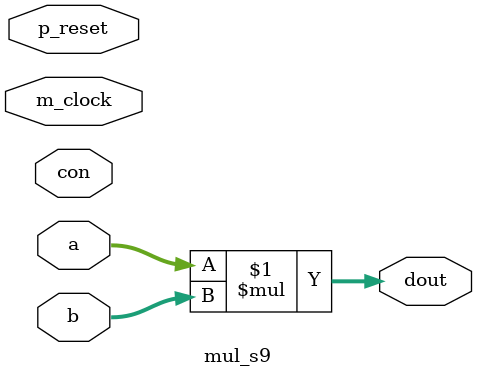
<source format=v>

module mul_s9 (
	p_reset, m_clock, a, b,
	dout, con
);
	input p_reset, m_clock;
	input signed [8:0] a, b;
	output signed [17:0] dout;
	input con;

	// -> t« 9x9=18 rbgæZ
	assign dout = a * b;

endmodule

</source>
